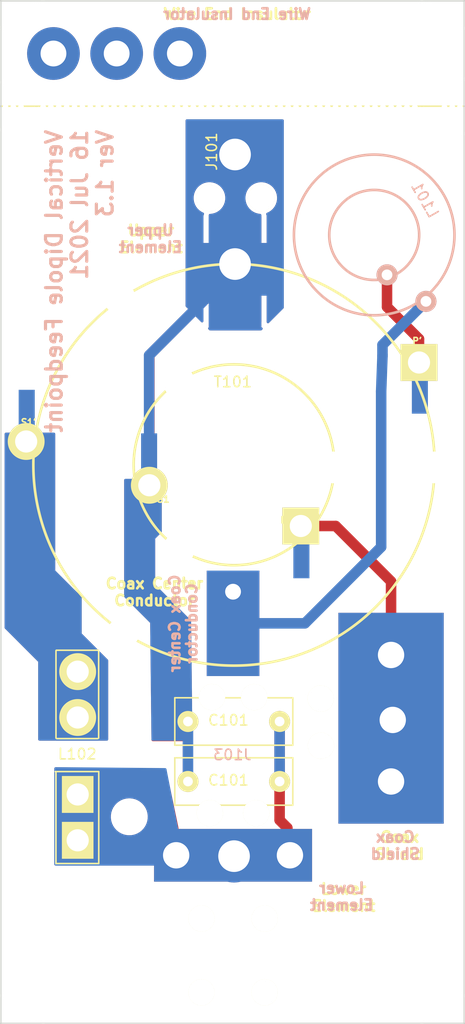
<source format=kicad_pcb>
(kicad_pcb (version 20211014) (generator pcbnew)
  (layers (0 "F.Cu" mixed) (31 "B.Cu" mixed) (34 "B.Paste" user) (35 "F.Paste" user) (36 "B.SilkS" user "B.Silkscreen") (37 "F.SilkS" user "F.Silkscreen") (38 "B.Mask" user) (39 "F.Mask" user) (44 "Edge.Cuts" user))
  (net 0 "")
  (net 1 "Net-(J103-Pad2)")
  (net 2 "Net-(J103-Pad1)")
  (net 3 "Net-(L101-Pad1)")
  (net 4 "Net-(C101-Pad1)")
  (net 5 "Net-(C101-Pad2)")
  (net 6 "Net-(L102-Pad2)")
  (footprint "Oddities:Wire_Strain_Relief_and_Attach" (layer "F.Cu") (at 122.24 109.97)
    (fp_text reference "J101" (at -2.22 -38.67 90) (layer "F.SilkS"))
    (fp_text value "Thru Holes" hide)
    (pad "" np_thru_hole circle locked (at 2.48666 -34.25952) (size 2.5 2.5) (drill 2.5) (layers *.Cu *.Mask "F.SilkS"))
    (pad "" thru_hole circle locked (at 0 -38.39) (size 5 5) (drill 3) (layers *.Cu *.Mask))
    (pad "" np_thru_hole circle locked (at -2.43078 -34.25952) (size 2.5 2.5) (drill 2.5) (layers *.Cu *.Mask "F.SilkS"))
    (pad "1" smd rect locked (at 0 -27.5) (size 5 10) (layers "B.Cu" "B.Paste" "B.Mask") (net 4 "Net-(C101-Pad1)"))
    (pad "1" smd rect locked (at 0 -27.5) (size 5 10) (layers "F.Cu" "F.Paste") (net 4 "Net-(C101-Pad1)"))
    (pad "1" thru_hole circle locked (at 0 -28) (size 5 5) (drill 3) (layers *.Cu *.Mask) (net 4 "Net-(C101-Pad1)"))
  )
  (footprint "Oddities:RG-174_Attachment" (layer "F.Cu") (at 122.05 138.05)
    (fp_text reference "J103" (at -0.07 -9.53) (layer "B.SilkS") (effects (justify mirror)))
    (fp_text value "CONN_01X03" hide)
    (pad "" np_thru_hole circle locked (at 8.3185 -14.859) (size 2.5 2.5) (drill 2.5) (layers *.Cu *.Mask "F.SilkS"))
    (pad "" np_thru_hole circle locked (at -3 13) (size 2.5 2.5) (drill 2.5) (layers *.Cu *.Mask "F.SilkS"))
    (pad "" np_thru_hole circle locked (at 2.2 -4) (size 2.5 2.5) (drill 2.5) (layers *.Cu *.Mask "F.SilkS"))
    (pad "" np_thru_hole circle locked (at 8.3439 -10.3886) (size 2.5 2.5) (drill 2.5) (layers *.Cu *.Mask "F.SilkS"))
    (pad "" np_thru_hole circle locked (at 3 6) (size 2.5 2.5) (drill 2.5) (layers *.Cu *.Mask "F.SilkS"))
    (pad "" np_thru_hole circle locked (at -2 -15) (size 2.5 2.5) (drill 2.5) (layers *.Cu *.Mask "F.SilkS"))
    (pad "" np_thru_hole circle locked (at -3 6) (size 2.5 2.5) (drill 2.5) (layers *.Cu *.Mask "F.SilkS"))
    (pad "" np_thru_hole circle locked (at -2.2 -4) (size 2.5 2.5) (drill 2.5) (layers *.Cu *.Mask "F.SilkS"))
    (pad "" np_thru_hole circle locked (at 3 13) (size 2.5 2.5) (drill 2.5) (layers *.Cu *.Mask "F.SilkS"))
    (pad "" np_thru_hole circle locked (at 2 -15) (size 2.5 2.5) (drill 2.5) (layers *.Cu *.Mask "F.SilkS"))
    (pad "1" smd rect locked (at 0 -22) (size 5 10) (layers "F.Cu" "F.Paste") (net 2 "Net-(J103-Pad1)"))
    (pad "1" thru_hole circle locked (at 0 -25) (size 3 3) (drill 1.5) (layers *.Cu "B.Mask") (net 2 "Net-(J103-Pad1)"))
    (pad "1" smd rect locked (at 0 -22) (size 5 10) (layers "B.Cu" "B.Paste" "B.Mask") (net 2 "Net-(J103-Pad1)"))
    (pad "2" smd rect locked (at 15 -13) (size 10 20) (layers "B.Cu" "B.Paste" "B.Mask") (net 1 "Net-(J103-Pad2)"))
    (pad "2" thru_hole circle locked (at 15.16002 -12.83796) (size 4 4) (drill 2.5) (layers *.Cu *.Mask) (net 1 "Net-(J103-Pad2)"))
    (pad "2" smd rect locked (at 15 -13) (size 10 20) (layers "F.Cu" "F.Paste" "F.Mask") (net 1 "Net-(J103-Pad2)"))
    (pad "2" thru_hole circle locked (at 15 -19) (size 4 4) (drill 2.5) (layers *.Cu *.Mask) (net 1 "Net-(J103-Pad2)"))
    (pad "2" thru_hole circle locked (at 15 -7) (size 4 4) (drill 2.5) (layers *.Cu *.Mask) (net 1 "Net-(J103-Pad2)"))
    (pad "3" thru_hole circle locked (at 5.4 0) (size 4 4) (drill 2.5) (layers *.Cu *.Mask) (net 5 "Net-(C101-Pad2)"))
    (pad "3" smd rect locked (at 0 0) (size 15 5) (layers "B.Cu" "B.Paste" "B.Mask") (net 5 "Net-(C101-Pad2)"))
    (pad "3" thru_hole circle locked (at 0.09488 0.08128) (size 5 5) (drill 3) (layers *.Cu *.Mask) (net 5 "Net-(C101-Pad2)"))
    (pad "3" thru_hole circle locked (at -5.4 0) (size 4 4) (drill 2.5) (layers *.Cu *.Mask) (net 5 "Net-(C101-Pad2)"))
    (pad "3" smd rect locked (at 0 0) (size 15 5) (layers "F.Cu" "F.Paste" "F.Mask") (net 5 "Net-(C101-Pad2)"))
  )
  (footprint "Oddities:Core_150A_2_windings_Horiz_TH" (layer "F.Cu") (at 122.14 101.01)
    (fp_text reference "T101" (at -0.11 -7.86) (layer "F.SilkS"))
    (fp_text value "TRANSFO" hide)
    (fp_text user "P'" (at 17.3863 -11.7475) (layer "F.SilkS") (effects (font (size 0.6 0.6))))
    (fp_text user "S1" (at -6.7056 3.2766) (layer "F.SilkS") (effects (font (size 0.6 0.6))))
    (fp_text user "S1'" (at -19.5017 -4.0386) (layer "F.SilkS") (effects (font (size 0.6 0.6))))
    (fp_text user "P" (at 4.72186 5.24764) (layer "F.SilkS") (effects (font (size 0.6 0.6))))
    (fp_circle (center 0 0) (end 19.05 0) (layer "F.SilkS") (width 0.25) (fill none))
    (fp_circle (center 0 0) (end 9.525 0) (layer "F.SilkS") (width 0.25) (fill none))
    (pad "1" thru_hole rect locked (at 17.5641 -9.7028) (size 3.5 3.5) (drill 2.1) (layers *.Cu *.Mask "F.SilkS") (net 3 "Net-(L101-Pad1)"))
    (pad "1" smd rect locked (at 17.64538 -7.35076) (size 1.524 5) (layers "B.Cu" "B.Paste" "B.Mask") (net 3 "Net-(L101-Pad1)"))
    (pad "2" thru_hole rect locked (at 6.34238 5.80644) (size 3.5 3.5) (drill 2.1) (layers *.Cu *.Mask "F.SilkS") (net 1 "Net-(J103-Pad2)"))
    (pad "2" smd rect locked (at 6.39826 8.26516) (size 1.524 5) (layers "B.Cu" "B.Paste" "B.Mask") (net 1 "Net-(J103-Pad2)"))
    (pad "3" smd rect locked (at -19.6795 -4.61264) (size 1.524 5) (layers "B.Cu" "B.Paste" "B.Mask") (net 6 "Net-(L102-Pad2)"))
    (pad "3" thru_hole circle locked (at -19.7303 -2.2098) (size 3.5 3.5) (drill 2.1) (layers *.Cu *.Mask "F.SilkS") (net 6 "Net-(L102-Pad2)"))
    (pad "4" smd rect locked (at -8.05942 -0.47752) (size 1.524 5) (layers "B.Cu" "B.Paste" "B.Mask") (net 4 "Net-(C101-Pad1)"))
    (pad "4" thru_hole circle locked (at -8.0391 1.9431) (size 3.5 3.5) (drill 2.1) (layers *.Cu *.Mask "F.SilkS") (net 4 "Net-(C101-Pad1)"))
  )
  (footprint "Mounting_Holes:MountingHole_3-5mm" (layer "F.Cu") (at 116.87 93.12)
    (fp_text reference "REF**" hide)
    (fp_text value "MountingHole_3-5mm" hide)
    (pad "" np_thru_hole circle locked (at 0 0) (size 3 3) (drill 3) (layers *.Cu *.Mask))
  )
  (footprint "Mounting_Holes:MountingHole_3-5mm" (layer "F.Cu") (at 111.3 85.26)
    (fp_text reference "REF**" hide)
    (fp_text value "MountingHole_3-5mm" hide)
    (pad "" np_thru_hole circle locked (at 0 0) (size 3 3) (drill 3) (layers *.Cu *.Mask))
  )
  (footprint "Mounting_Holes:MountingHole_3-5mm" (layer "F.Cu") (at 131.57 101.26)
    (fp_text reference "REF**" hide)
    (fp_text value "MountingHole_3-5mm" hide)
    (pad "" np_thru_hole circle locked (at 0 0) (size 3 3) (drill 3) (layers *.Cu *.Mask))
  )
  (footprint "Mounting_Holes:MountingHole_3-5mm" (layer "F.Cu") (at 141.17 101.26)
    (fp_text reference "REF**" hide)
    (fp_text value "MountingHole_3-5mm" hide)
    (pad "" np_thru_hole circle locked (at 0 0) (size 3 3) (drill 3) (layers *.Cu *.Mask))
  )
  (footprint "Mounting_Holes:MountingHole_3-5mm" (layer "F.Cu") (at 116.9 108.99)
    (fp_text reference "REF**" hide)
    (fp_text value "MountingHole_3-5mm" hide)
    (pad "" np_thru_hole circle locked (at 0 0) (size 3 3) (drill 3) (layers *.Cu *.Mask))
  )
  (footprint "Mounting_Holes:MountingHole_3-5mm" (layer "F.Cu") (at 111.66 116.9)
    (fp_text reference "REF**" hide)
    (fp_text value "MountingHole_3-5mm" hide)
    (pad "" np_thru_hole circle locked (at 0 0) (size 3 3) (drill 3) (layers *.Cu *.Mask))
  )
  (footprint "Mounting_Holes:NP_Thru_Hole_0.5mm" (layer "F.Cu") (at 103.42 66.65)
    (fp_text reference "REF**" hide)
    (fp_text value "NP_Thru_Hole_0.5mm" hide)
    (pad "" np_thru_hole circle locked (at 0 0) (size 0.5 0.5) (drill 0.5) (layers *.Cu *.Mask))
  )
  (footprint "Mounting_Holes:NP_Thru_Hole_0.5mm" (layer "F.Cu") (at 102.05 66.21)
    (fp_text reference "REF**" hide)
    (fp_text value "NP_Thru_Hole_0.5mm" hide)
    (pad "" np_thru_hole circle locked (at 0 0) (size 0.5 0.5) (drill 0.5) (layers *.Cu *.Mask))
  )
  (footprint "Mounting_Holes:NP_Thru_Hole_0.5mm" (layer "F.Cu") (at 102.72 66.48)
    (fp_text reference "REF**" hide)
    (fp_text value "NP_Thru_Hole_0.5mm" hide)
    (pad "" np_thru_hole circle locked (at 0 0) (size 0.5 0.5) (drill 0.5) (layers *.Cu *.Mask))
  )
  (footprint "Mounting_Holes:NP_Thru_Hole_0.5mm" (layer "F.Cu") (at 102.72 67.57)
    (fp_text reference "REF**" hide)
    (fp_text value "NP_Thru_Hole_0.5mm" hide)
    (pad "" np_thru_hole circle locked (at 0 0) (size 0.5 0.5) (drill 0.5) (layers *.Cu *.Mask))
  )
  (footprint "Mounting_Holes:NP_Thru_Hole_0.5mm" (layer "F.Cu") (at 106.25 67.01)
    (fp_text reference "REF**" hide)
    (fp_text value "NP_Thru_Hole_0.5mm" hide)
    (pad "" np_thru_hole circle locked (at 0 0) (size 0.5 0.5) (drill 0.5) (layers *.Cu *.Mask))
  )
  (footprint "Mounting_Holes:NP_Thru_Hole_0.5mm" (layer "F.Cu") (at 105.5 67.01)
    (fp_text reference "REF**" hide)
    (fp_text value "NP_Thru_Hole_0.5mm" hide)
    (pad "" np_thru_hole circle locked (at 0 0) (size 0.5 0.5) (drill 0.5) (layers *.Cu *.Mask))
  )
  (footprint "Mounting_Holes:NP_Thru_Hole_0.5mm" (layer "F.Cu") (at 104.75 67.01)
    (fp_text reference "REF**" hide)
    (fp_text value "NP_Thru_Hole_0.5mm" hide)
    (pad "" np_thru_hole circle locked (at 0 0) (size 0.5 0.5) (drill 0.5) (layers *.Cu *.Mask))
  )
  (footprint "Mounting_Holes:NP_Thru_Hole_0.5mm" (layer "F.Cu") (at 103.41 67.39)
    (fp_text reference "REF**" hide)
    (fp_text value "NP_Thru_Hole_0.5mm" hide)
    (pad "" np_thru_hole circle locked (at 0 0) (size 0.5 0.5) (drill 0.5) (layers *.Cu *.Mask))
  )
  (footprint "Mounting_Holes:NP_Thru_Hole_0.5mm" (layer "F.Cu") (at 110 67.01)
    (fp_text reference "REF**" hide)
    (fp_text value "NP_Thru_Hole_0.5mm" hide)
    (pad "" np_thru_hole circle locked (at 0 0) (size 0.5 0.5) (drill 0.5) (layers *.Cu *.Mask))
  )
  (footprint "Mounting_Holes:NP_Thru_Hole_0.5mm" (layer "F.Cu") (at 110.75 67.01)
    (fp_text reference "REF**" hide)
    (fp_text value "NP_Thru_Hole_0.5mm" hide)
    (pad "" np_thru_hole circle locked (at 0 0) (size 0.5 0.5) (drill 0.5) (layers *.Cu *.Mask))
  )
  (footprint "Mounting_Holes:NP_Thru_Hole_0.5mm" (layer "F.Cu") (at 111.5 67.01)
    (fp_text reference "REF**" hide)
    (fp_text value "NP_Thru_Hole_0.5mm" hide)
    (pad "" np_thru_hole circle locked (at 0 0) (size 0.5 0.5) (drill 0.5) (layers *.Cu *.Mask))
  )
  (footprint "Mounting_Holes:NP_Thru_Hole_0.5mm" (layer "F.Cu") (at 112.25 67.01)
    (fp_text reference "REF**" hide)
    (fp_text value "NP_Thru_Hole_0.5mm" hide)
    (pad "" np_thru_hole circle locked (at 0 0) (size 0.5 0.5) (drill 0.5) (layers *.Cu *.Mask))
  )
  (footprint "Mounting_Holes:NP_Thru_Hole_0.5mm" (layer "F.Cu") (at 109.25 67)
    (fp_text reference "REF**" hide)
    (fp_text value "NP_Thru_Hole_0.5mm" hide)
    (pad "" np_thru_hole circle locked (at 0 0) (size 0.5 0.5) (drill 0.5) (layers *.Cu *.Mask))
  )
  (footprint "Mounting_Holes:NP_Thru_Hole_0.5mm" (layer "F.Cu") (at 108.5 67)
    (fp_text reference "REF**" hide)
    (fp_text value "NP_Thru_Hole_0.5mm" hide)
    (pad "" np_thru_hole circle locked (at 0 0) (size 0.5 0.5) (drill 0.5) (layers *.Cu *.Mask))
  )
  (footprint "Mounting_Holes:NP_Thru_Hole_0.5mm" (layer "F.Cu") (at 107.75 67)
    (fp_text reference "REF**" hide)
    (fp_text value "NP_Thru_Hole_0.5mm" hide)
    (pad "" np_thru_hole circle locked (at 0 0) (size 0.5 0.5) (drill 0.5) (layers *.Cu *.Mask))
  )
  (footprint "Mounting_Holes:NP_Thru_Hole_0.5mm" (layer "F.Cu") (at 107 67)
    (fp_text reference "REF**" hide)
    (fp_text value "NP_Thru_Hole_0.5mm" hide)
    (pad "" np_thru_hole circle locked (at 0 0) (size 0.5 0.5) (drill 0.5) (layers *.Cu *.Mask))
  )
  (footprint "Mounting_Holes:NP_Thru_Hole_0.5mm" (layer "F.Cu") (at 119.03 67.03)
    (fp_text reference "REF**" hide)
    (fp_text value "NP_Thru_Hole_0.5mm" hide)
    (pad "" np_thru_hole circle locked (at 0 0) (size 0.5 0.5) (drill 0.5) (layers *.Cu *.Mask))
  )
  (footprint "Mounting_Holes:NP_Thru_Hole_0.5mm" (layer "F.Cu") (at 119.78 67.03)
    (fp_text reference "REF**" hide)
    (fp_text value "NP_Thru_Hole_0.5mm" hide)
    (pad "" np_thru_hole circle locked (at 0 0) (size 0.5 0.5) (drill 0.5) (layers *.Cu *.Mask))
  )
  (footprint "Mounting_Holes:NP_Thru_Hole_0.5mm" (layer "F.Cu") (at 120.53 67.03)
    (fp_text reference "REF**" hide)
    (fp_text value "NP_Thru_Hole_0.5mm" hide)
    (pad "" np_thru_hole circle locked (at 0 0) (size 0.5 0.5) (drill 0.5) (layers *.Cu *.Mask))
  )
  (footprint "Mounting_Holes:NP_Thru_Hole_0.5mm" (layer "F.Cu") (at 121.28 67.03)
    (fp_text reference "REF**" hide)
    (fp_text value "NP_Thru_Hole_0.5mm" hide)
    (pad "" np_thru_hole circle locked (at 0 0) (size 0.5 0.5) (drill 0.5) (layers *.Cu *.Mask))
  )
  (footprint "Mounting_Holes:NP_Thru_Hole_0.5mm" (layer "F.Cu") (at 124.28 67.04)
    (fp_text reference "REF**" hide)
    (fp_text value "NP_Thru_Hole_0.5mm" hide)
    (pad "" np_thru_hole circle locked (at 0 0) (size 0.5 0.5) (drill 0.5) (layers *.Cu *.Mask))
  )
  (footprint "Mounting_Holes:NP_Thru_Hole_0.5mm" (layer "F.Cu") (at 123.53 67.04)
    (fp_text reference "REF**" hide)
    (fp_text value "NP_Thru_Hole_0.5mm" hide)
    (pad "" np_thru_hole circle locked (at 0 0) (size 0.5 0.5) (drill 0.5) (layers *.Cu *.Mask))
  )
  (footprint "Mounting_Holes:NP_Thru_Hole_0.5mm" (layer "F.Cu") (at 122.78 67.04)
    (fp_text reference "REF**" hide)
    (fp_text value "NP_Thru_Hole_0.5mm" hide)
    (pad "" np_thru_hole circle locked (at 0 0) (size 0.5 0.5) (drill 0.5) (layers *.Cu *.Mask))
  )
  (footprint "Mounting_Holes:NP_Thru_Hole_0.5mm" (layer "F.Cu") (at 122.03 67.04)
    (fp_text reference "REF**" hide)
    (fp_text value "NP_Thru_Hole_0.5mm" hide)
    (pad "" np_thru_hole circle locked (at 0 0) (size 0.5 0.5) (drill 0.5) (layers *.Cu *.Mask))
  )
  (footprint "Mounting_Holes:NP_Thru_Hole_0.5mm" (layer "F.Cu") (at 116.03 67.04)
    (fp_text reference "REF**" hide)
    (fp_text value "NP_Thru_Hole_0.5mm" hide)
    (pad "" np_thru_hole circle locked (at 0 0) (size 0.5 0.5) (drill 0.5) (layers *.Cu *.Mask))
  )
  (footprint "Mounting_Holes:NP_Thru_Hole_0.5mm" (layer "F.Cu") (at 116.78 67.04)
    (fp_text reference "REF**" hide)
    (fp_text value "NP_Thru_Hole_0.5mm" hide)
    (pad "" np_thru_hole circle locked (at 0 0) (size 0.5 0.5) (drill 0.5) (layers *.Cu *.Mask))
  )
  (footprint "Mounting_Holes:NP_Thru_Hole_0.5mm" (layer "F.Cu") (at 117.53 67.04)
    (fp_text reference "REF**" hide)
    (fp_text value "NP_Thru_Hole_0.5mm" hide)
    (pad "" np_thru_hole circle locked (at 0 0) (size 0.5 0.5) (drill 0.5) (layers *.Cu *.Mask))
  )
  (footprint "Mounting_Holes:NP_Thru_Hole_0.5mm" (layer "F.Cu") (at 118.28 67.04)
    (fp_text reference "REF**" hide)
    (fp_text value "NP_Thru_Hole_0.5mm" hide)
    (pad "" np_thru_hole circle locked (at 0 0) (size 0.5 0.5) (drill 0.5) (layers *.Cu *.Mask))
  )
  (footprint "Mounting_Holes:NP_Thru_Hole_0.5mm" (layer "F.Cu") (at 115.28 67.03)
    (fp_text reference "REF**" hide)
    (fp_text value "NP_Thru_Hole_0.5mm" hide)
    (pad "" np_thru_hole circle locked (at 0 0) (size 0.5 0.5) (drill 0.5) (layers *.Cu *.Mask))
  )
  (footprint "Mounting_Holes:NP_Thru_Hole_0.5mm" (layer "F.Cu") (at 114.53 67.03)
    (fp_text reference "REF**" hide)
    (fp_text value "NP_Thru_Hole_0.5mm" hide)
    (pad "" np_thru_hole circle locked (at 0 0) (size 0.5 0.5) (drill 0.5) (layers *.Cu *.Mask))
  )
  (footprint "Mounting_Holes:NP_Thru_Hole_0.5mm" (layer "F.Cu") (at 113.78 67.03)
    (fp_text reference "REF**" hide)
    (fp_text value "NP_Thru_Hole_0.5mm" hide)
    (pad "" np_thru_hole circle locked (at 0 0) (size 0.5 0.5) (drill 0.5) (layers *.Cu *.Mask))
  )
  (footprint "Mounting_Holes:NP_Thru_Hole_0.5mm" (layer "F.Cu") (at 113.03 67.03)
    (fp_text reference "REF**" hide)
    (fp_text value "NP_Thru_Hole_0.5mm" hide)
    (pad "" np_thru_hole circle locked (at 0 0) (size 0.5 0.5) (drill 0.5) (layers *.Cu *.Mask))
  )
  (footprint "Mounting_Holes:NP_Thru_Hole_0.5mm" (layer "F.Cu") (at 137.06 67.05)
    (fp_text reference "REF**" hide)
    (fp_text value "NP_Thru_Hole_0.5mm" hide)
    (pad "" np_thru_hole circle locked (at 0 0) (size 0.5 0.5) (drill 0.5) (layers *.Cu *.Mask))
  )
  (footprint "Mounting_Holes:NP_Thru_Hole_0.5mm" (layer "F.Cu") (at 137.81 67.05)
    (fp_text reference "REF**" hide)
    (fp_text value "NP_Thru_Hole_0.5mm" hide)
    (pad "" np_thru_hole circle locked (at 0 0) (size 0.5 0.5) (drill 0.5) (layers *.Cu *.Mask))
  )
  (footprint "Mounting_Holes:NP_Thru_Hole_0.5mm" (layer "F.Cu") (at 138.56 67.05)
    (fp_text reference "REF**" hide)
    (fp_text value "NP_Thru_Hole_0.5mm" hide)
    (pad "" np_thru_hole circle locked (at 0 0) (size 0.5 0.5) (drill 0.5) (layers *.Cu *.Mask))
  )
  (footprint "Mounting_Holes:NP_Thru_Hole_0.5mm" (layer "F.Cu") (at 139.31 67.05)
    (fp_text reference "REF**" hide)
    (fp_text value "NP_Thru_Hole_0.5mm" hide)
    (pad "" np_thru_hole circle locked (at 0 0) (size 0.5 0.5) (drill 0.5) (layers *.Cu *.Mask))
  )
  (footprint "Mounting_Holes:NP_Thru_Hole_0.5mm" (layer "F.Cu") (at 131.03 67.02)
    (fp_text reference "REF**" hide)
    (fp_text value "NP_Thru_Hole_0.5mm" hide)
    (pad "" np_thru_hole circle locked (at 0 0) (size 0.5 0.5) (drill 0.5) (layers *.Cu *.Mask))
  )
  (footprint "Mounting_Holes:NP_Thru_Hole_0.5mm" (layer "F.Cu") (at 131.78 67.02)
    (fp_text reference "REF**" hide)
    (fp_text value "NP_Thru_Hole_0.5mm" hide)
    (pad "" np_thru_hole circle locked (at 0 0) (size 0.5 0.5) (drill 0.5) (layers *.Cu *.Mask))
  )
  (footprint "Mounting_Holes:NP_Thru_Hole_0.5mm" (layer "F.Cu") (at 132.53 67.02)
    (fp_text reference "REF**" hide)
    (fp_text value "NP_Thru_Hole_0.5mm" hide)
    (pad "" np_thru_hole circle locked (at 0 0) (size 0.5 0.5) (drill 0.5) (layers *.Cu *.Mask))
  )
  (footprint "Mounting_Holes:NP_Thru_Hole_0.5mm" (layer "F.Cu") (at 133.28 67.02)
    (fp_text reference "REF**" hide)
    (fp_text value "NP_Thru_Hole_0.5mm" hide)
    (pad "" np_thru_hole circle locked (at 0 0) (size 0.5 0.5) (drill 0.5) (layers *.Cu *.Mask))
  )
  (footprint "Mounting_Holes:NP_Thru_Hole_0.5mm" (layer "F.Cu") (at 136.28 67.03)
    (fp_text reference "REF**" hide)
    (fp_text value "NP_Thru_Hole_0.5mm" hide)
    (pad "" np_thru_hole circle locked (at 0 0) (size 0.5 0.5) (drill 0.5) (layers *.Cu *.Mask))
  )
  (footprint "Mounting_Holes:NP_Thru_Hole_0.5mm" (layer "F.Cu") (at 135.53 67.03)
    (fp_text reference "REF**" hide)
    (fp_text value "NP_Thru_Hole_0.5mm" hide)
    (pad "" np_thru_hole circle locked (at 0 0) (size 0.5 0.5) (drill 0.5) (layers *.Cu *.Mask))
  )
  (footprint "Mounting_Holes:NP_Thru_Hole_0.5mm" (layer "F.Cu") (at 134.78 67.03)
    (fp_text reference "REF**" hide)
    (fp_text value "NP_Thru_Hole_0.5mm" hide)
    (pad "" np_thru_hole circle locked (at 0 0) (size 0.5 0.5) (drill 0.5) (layers *.Cu *.Mask))
  )
  (footprint "Mounting_Holes:NP_Thru_Hole_0.5mm" (layer "F.Cu") (at 134.03 67.03)
    (fp_text reference "REF**" hide)
    (fp_text value "NP_Thru_Hole_0.5mm" hide)
    (pad "" np_thru_hole circle locked (at 0 0) (size 0.5 0.5) (drill 0.5) (layers *.Cu *.Mask))
  )
  (footprint "Mounting_Holes:NP_Thru_Hole_0.5mm" (layer "F.Cu") (at 128.03 67.03)
    (fp_text reference "REF**" hide)
    (fp_text value "NP_Thru_Hole_0.5mm" hide)
    (pad "" np_thru_hole circle locked (at 0 0) (size 0.5 0.5) (drill 0.5) (layers *.Cu *.Mask))
  )
  (footprint "Mounting_Holes:NP_Thru_Hole_0.5mm" (layer "F.Cu") (at 128.78 67.03)
    (fp_text reference "REF**" hide)
    (fp_text value "NP_Thru_Hole_0.5mm" hide)
    (pad "" np_thru_hole circle locked (at 0 0) (size 0.5 0.5) (drill 0.5) (layers *.Cu *.Mask))
  )
  (footprint "Mounting_Holes:NP_Thru_Hole_0.5mm" (layer "F.Cu") (at 129.53 67.03)
    (fp_text reference "REF**" hide)
    (fp_text value "NP_Thru_Hole_0.5mm" hide)
    (pad "" np_thru_hole circle locked (at 0 0) (size 0.5 0.5) (drill 0.5) (layers *.Cu *.Mask))
  )
  (footprint "Mounting_Holes:NP_Thru_Hole_0.5mm" (layer "F.Cu") (at 130.28 67.03)
    (fp_text reference "REF**" hide)
    (fp_text value "NP_Thru_Hole_0.5mm" hide)
    (pad "" np_thru_hole circle locked (at 0 0) (size 0.5 0.5) (drill 0.5) (layers *.Cu *.Mask))
  )
  (footprint "Mounting_Holes:NP_Thru_Hole_0.5mm" (layer "F.Cu") (at 127.28 67.02)
    (fp_text reference "REF**" hide)
    (fp_text value "NP_Thru_Hole_0.5mm" hide)
    (pad "" np_thru_hole circle locked (at 0 0) (size 0.5 0.5) (drill 0.5) (layers *.Cu *.Mask))
  )
  (footprint "Mounting_Holes:NP_Thru_Hole_0.5mm" (layer "F.Cu") (at 126.53 67.02)
    (fp_text reference "REF**" hide)
    (fp_text value "NP_Thru_Hole_0.5mm" hide)
    (pad "" np_thru_hole circle locked (at 0 0) (size 0.5 0.5) (drill 0.5) (layers *.Cu *.Mask))
  )
  (footprint "Mounting_Holes:NP_Thru_Hole_0.5mm" (layer "F.Cu") (at 125.78 67.02)
    (fp_text reference "REF**" hide)
    (fp_text value "NP_Thru_Hole_0.5mm" hide)
    (pad "" np_thru_hole circle locked (at 0 0) (size 0.5 0.5) (drill 0.5) (layers *.Cu *.Mask))
  )
  (footprint "Mounting_Holes:NP_Thru_Hole_0.5mm" (layer "F.Cu") (at 125.03 67.02)
    (fp_text reference "REF**" hide)
    (fp_text value "NP_Thru_Hole_0.5mm" hide)
    (pad "" np_thru_hole circle locked (at 0 0) (size 0.5 0.5) (drill 0.5) (layers *.Cu *.Mask))
  )
  (footprint "Mounting_Holes:NP_Thru_Hole_0.5mm" (layer "F.Cu") (at 102.04 67.83)
    (fp_text reference "REF**" hide)
    (fp_text value "NP_Thru_Hole_0.5mm" hide)
    (pad "" np_thru_hole circle locked (at 0 0) (size 0.5 0.5) (drill 0.5) (layers *.Cu *.Mask))
  )
  (footprint "Mounting_Holes:NP_Thru_Hole_0.5mm" (layer "F.Cu") (at 104.02 67.02)
    (fp_text reference "REF**" hide)
    (fp_text value "NP_Thru_Hole_0.5mm" hide)
    (pad "" np_thru_hole circle locked (at 0 0) (size 0.5 0.5) (drill 0.5) (layers *.Cu *.Mask))
  )
  (footprint "Mounting_Holes:NP_Thru_Hole_0.5mm" (layer "F.Cu") (at 101.43 65.81)
    (fp_text reference "REF**" hide)
    (fp_text value "NP_Thru_Hole_0.5mm" hide)
    (pad "" np_thru_hole circle locked (at 0 0) (size 0.5 0.5) (drill 0.5) (layers *.Cu *.Mask))
  )
  (footprint "Mounting_Holes:NP_Thru_Hole_0.5mm" (layer "F.Cu") (at 101.4 68.17)
    (fp_text reference "REF**" hide)
    (fp_text value "NP_Thru_Hole_0.5mm" hide)
    (pad "" np_thru_hole circle locked (at 0 0) (size 0.5 0.5) (drill 0.5) (layers *.Cu *.Mask))
  )
  (footprint "Mounting_Holes:NP_Thru_Hole_0.5mm" (layer "F.Cu") (at 100.88 65.3)
    (fp_text reference "REF**" hide)
    (fp_text value "NP_Thru_Hole_0.5mm" hide)
    (pad "" np_thru_hole circle locked (at 0 0) (size 0.5 0.5) (drill 0.5) (layers *.Cu *.Mask))
  )
  (footprint "Mounting_Holes:NP_Thru_Hole_0.5mm" (layer "F.Cu") (at 100.81 68.61)
    (fp_text reference "REF**" hide)
    (fp_text value "NP_Thru_Hole_0.5mm" hide)
    (pad "" np_thru_hole circle locked (at 0 0) (size 0.5 0.5) (drill 0.5) (layers *.Cu *.Mask))
  )
  (footprint "Mounting_Holes:NP_Thru_Hole_0.5mm" (layer "F.Cu") (at 100.42 64.73)
    (fp_text reference "REF**" hide)
    (fp_text value "NP_Thru_Hole_0.5mm" hide)
    (pad "" np_thru_hole circle locked (at 0 0) (size 0.5 0.5) (drill 0.5) (layers *.Cu *.Mask))
  )
  (footprint "Mounting_Holes:NP_Thru_Hole_0.5mm" (layer "F.Cu") (at 100.4 69.23)
    (fp_text reference "REF**" hide)
    (fp_text value "NP_Thru_Hole_0.5mm" hide)
    (pad "" np_thru_hole circle locked (at 0 0) (size 0.5 0.5) (drill 0.5) (layers *.Cu *.Mask))
  )
  (footprint "Mounting_Holes:NP_Thru_Hole_0.5mm" (layer "F.Cu") (at 100.38 59.6)
    (fp_text reference "REF**" hide)
    (fp_text value "NP_Thru_Hole_0.5mm" hide)
    (pad "" np_thru_hole circle locked (at 0 0) (size 0.5 0.5) (drill 0.5) (layers *.Cu *.Mask))
  )
  (footprint "Mounting_Holes:NP_Thru_Hole_0.5mm" (layer "F.Cu") (at 100.79 58.98)
    (fp_text reference "REF**" hide)
    (fp_text value "NP_Thru_Hole_0.5mm" hide)
    (pad "" np_thru_hole circle locked (at 0 0) (size 0.5 0.5) (drill 0.5) (layers *.Cu *.Mask))
  )
  (footprint "Mounting_Holes:NP_Thru_Hole_0.5mm" (layer "F.Cu") (at 101.3 58.46)
    (fp_text reference "REF**" hide)
    (fp_text value "NP_Thru_Hole_0.5mm" hide)
    (pad "" np_thru_hole circle locked (at 0 0) (size 0.5 0.5) (drill 0.5) (layers *.Cu *.Mask))
  )
  (footprint "Mounting_Holes:NP_Thru_Hole_0.5mm" (layer "F.Cu") (at 104 57.39)
    (fp_text reference "REF**" hide)
    (fp_text value "NP_Thru_Hole_0.5mm" hide)
    (pad "" np_thru_hole circle locked (at 0 0) (size 0.5 0.5) (drill 0.5) (layers *.Cu *.Mask))
  )
  (footprint "Mounting_Holes:NP_Thru_Hole_0.5mm" (layer "F.Cu") (at 101.88 58.01)
    (fp_text reference "REF**" hide)
    (fp_text value "NP_Thru_Hole_0.5mm" hide)
    (pad "" np_thru_hole circle locked (at 0 0) (size 0.5 0.5) (drill 0.5) (layers *.Cu *.Mask))
  )
  (footprint "Mounting_Holes:NP_Thru_Hole_0.5mm" (layer "F.Cu") (at 103.28 57.53)
    (fp_text reference "REF**" hide)
    (fp_text value "NP_Thru_Hole_0.5mm" hide)
    (pad "" np_thru_hole circle locked (at 0 0) (size 0.5 0.5) (drill 0.5) (layers *.Cu *.Mask))
  )
  (footprint "Mounting_Holes:NP_Thru_Hole_0.5mm" (layer "F.Cu") (at 102.56 57.7)
    (fp_text reference "REF**" hide)
    (fp_text value "NP_Thru_Hole_0.5mm" hide)
    (pad "" np_thru_hole circle locked (at 0 0) (size 0.5 0.5) (drill 0.5) (layers *.Cu *.Mask))
  )
  (footprint "Mounting_Holes:NP_Thru_Hole_0.5mm" (layer "F.Cu") (at 143.61 64.44 180)
    (fp_text reference "REF**" hide)
    (fp_text value "NP_Thru_Hole_0.5mm" hide)
    (pad "" np_thru_hole circle locked (at 0 0 180) (size 0.5 0.5) (drill 0.5) (layers *.Cu *.Mask))
  )
  (footprint "Mounting_Holes:NP_Thru_Hole_0.5mm" (layer "F.Cu") (at 143.2 65.06 180)
    (fp_text reference "REF**" hide)
    (fp_text value "NP_Thru_Hole_0.5mm" hide)
    (pad "" np_thru_hole circle locked (at 0 0 180) (size 0.5 0.5) (drill 0.5) (layers *.Cu *.Mask))
  )
  (footprint "Mounting_Holes:NP_Thru_Hole_0.5mm" (layer "F.Cu") (at 142.69 65.58 180)
    (fp_text reference "REF**" hide)
    (fp_text value "NP_Thru_Hole_0.5mm" hide)
    (pad "" np_thru_hole circle locked (at 0 0 180) (size 0.5 0.5) (drill 0.5) (layers *.Cu *.Mask))
  )
  (footprint "Mounting_Holes:NP_Thru_Hole_0.5mm" (layer "F.Cu") (at 139.99 66.65 180)
    (fp_text reference "REF**" hide)
    (fp_text value "NP_Thru_Hole_0.5mm" hide)
    (pad "" np_thru_hole circle locked (at 0 0 180) (size 0.5 0.5) (drill 0.5) (layers *.Cu *.Mask))
  )
  (footprint "Mounting_Holes:NP_Thru_Hole_0.5mm" (layer "F.Cu") (at 142.11 66.03 180)
    (fp_text reference "REF**" hide)
    (fp_text value "NP_Thru_Hole_0.5mm" hide)
    (pad "" np_thru_hole circle locked (at 0 0 180) (size 0.5 0.5) (drill 0.5) (layers *.Cu *.Mask))
  )
  (footprint "Mounting_Holes:NP_Thru_Hole_0.5mm" (layer "F.Cu") (at 140.71 66.51 180)
    (fp_text reference "REF**" hide)
    (fp_text value "NP_Thru_Hole_0.5mm" hide)
    (pad "" np_thru_hole circle locked (at 0 0 180) (size 0.5 0.5) (drill 0.5) (layers *.Cu *.Mask))
  )
  (footprint "Mounting_Holes:NP_Thru_Hole_0.5mm" (layer "F.Cu") (at 141.43 66.34 180)
    (fp_text reference "REF**" hide)
    (fp_text value "NP_Thru_Hole_0.5mm" hide)
    (pad "" np_thru_hole circle locked (at 0 0 180) (size 0.5 0.5) (drill 0.5) (layers *.Cu *.Mask))
  )
  (footprint "Mounting_Holes:NP_Thru_Hole_0.5mm" (layer "F.Cu") (at 143.6 151.37 180)
    (fp_text reference "REF**" hide)
    (fp_text value "NP_Thru_Hole_0.5mm" hide)
    (pad "" np_thru_hole circle locked (at 0 0 180) (size 0.5 0.5) (drill 0.5) (layers *.Cu *.Mask))
  )
  (footprint "Mounting_Holes:NP_Thru_Hole_0.5mm" (layer "F.Cu") (at 143.19 151.99 180)
    (fp_text reference "REF**" hide)
    (fp_text value "NP_Thru_Hole_0.5mm" hide)
    (pad "" np_thru_hole circle locked (at 0 0 180) (size 0.5 0.5) (drill 0.5) (layers *.Cu *.Mask))
  )
  (footprint "Mounting_Holes:NP_Thru_Hole_0.5mm" (layer "F.Cu") (at 142.68 152.51 180)
    (fp_text reference "REF**" hide)
    (fp_text value "NP_Thru_Hole_0.5mm" hide)
    (pad "" np_thru_hole circle locked (at 0 0 180) (size 0.5 0.5) (drill 0.5) (layers *.Cu *.Mask))
  )
  (footprint "Mounting_Holes:NP_Thru_Hole_0.5mm" (layer "F.Cu") (at 139.98 153.58 180)
    (fp_text reference "REF**" hide)
    (fp_text value "NP_Thru_Hole_0.5mm" hide)
    (pad "" np_thru_hole circle locked (at 0 0 180) (size 0.5 0.5) (drill 0.5) (layers *.Cu *.Mask))
  )
  (footprint "Mounting_Holes:NP_Thru_Hole_0.5mm" (layer "F.Cu") (at 142.1 152.96 180)
    (fp_text reference "REF**" hide)
    (fp_text value "NP_Thru_Hole_0.5mm" hide)
    (pad "" np_thru_hole circle locked (at 0 0 180) (size 0.5 0.5) (drill 0.5) (layers *.Cu *.Mask))
  )
  (footprint "Mounting_Holes:NP_Thru_Hole_0.5mm" (layer "F.Cu") (at 140.7 153.44 180)
    (fp_text reference "REF**" hide)
    (fp_text value "NP_Thru_Hole_0.5mm" hide)
    (pad "" np_thru_hole circle locked (at 0 0 180) (size 0.5 0.5) (drill 0.5) (layers *.Cu *.Mask))
  )
  (footprint "Mounting_Holes:NP_Thru_Hole_0.5mm" (layer "F.Cu") (at 141.42 153.27 180)
    (fp_text reference "REF**" hide)
    (fp_text value "NP_Thru_Hole_0.5mm" hide)
    (pad "" np_thru_hole circle locked (at 0 0 180) (size 0.5 0.5) (drill 0.5) (layers *.Cu *.Mask))
  )
  (footprint "Mounting_Holes:MountingHole_3-5mm" (layer "F.Cu") (at 138.18 61.9)
    (fp_text reference "REF**" hide)
    (fp_text value "MountingHole_3-5mm" hide)
    (pad "" np_thru_hole circle locked (at 0 0) (size 3 3) (drill 3) (layers *.Cu *.Mask))
  )
  (footprint "Mounting_Holes:MountingHole_3-5mm" (layer "F.Cu") (at 132.48 61.84)
    (fp_text reference "REF**" hide)
    (fp_text value "MountingHole_3-5mm" hide)
    (pad "" np_thru_hole circle locked (at 0 0) (size 3 3) (drill 3) (layers *.Cu *.Mask))
  )
  (footprint "Mounting_Holes:MountingHole_1mm_Outlined" (layer "F.Cu") (at 105 62)
    (fp_text reference "REF**" hide)
    (fp_text value "MountingHole_1mm_Outlined" hide)
    (pad "" np_thru_hole circle locked (at 0 0) (size 5 5) (drill 2.45) (layers *.Cu *.Mask))
  )
  (footprint "Mounting_Holes:MountingHole_1mm_Outlined" (layer "F.Cu") (at 111 62)
    (fp_text reference "REF**" hide)
    (fp_text value "MountingHole_1mm_Outlined" hide)
    (pad "" np_thru_hole circle locked (at 0 0) (size 5 5) (drill 2.45) (layers *.Cu *.Mask))
  )
  (footprint "Mounting_Holes:MountingHole_1mm_Outlined" (layer "F.Cu") (at 117 62)
    (fp_text reference "REF**" hide)
    (fp_text value "MountingHole_1mm_Outlined" hide)
    (pad "" np_thru_hole circle locked (at 0 0) (size 5 5) (drill 2.45) (layers *.Cu *.Mask))
  )
  (footprint "Mounting_Holes:NP_Thru_Hole_0.5mm" (layer "F.Cu") (at 143.59 67 180)
    (fp_text reference "REF**" hide)
    (fp_text value "NP_Thru_Hole_0.5mm" hide)
    (pad "" np_thru_hole circle locked (at 0 0 180) (size 0.5 0.5) (drill 0.5) (layers *.Cu *.Mask))
  )
  (footprint "Mounting_Holes:NP_Thru_Hole_0.5mm" (layer "F.Cu") (at 142.86 67.02 180)
    (fp_text reference "REF**" hide)
    (fp_text value "NP_Thru_Hole_0.5mm" hide)
    (pad "" np_thru_hole circle locked (at 0 0 180) (size 0.5 0.5) (drill 0.5) (layers *.Cu *.Mask))
  )
  (footprint "Mounting_Holes:NP_Thru_Hole_0.5mm" (layer "F.Cu") (at 142.12 67.02 180)
    (fp_text reference "REF**" hide)
    (fp_text value "NP_Thru_Hole_0.5mm" hide)
    (pad "" np_thru_hole circle locked (at 0 0 180) (size 0.5 0.5) (drill 0.5) (layers *.Cu *.Mask))
  )
  (footprint "Mounting_Holes:NP_Thru_Hole_0.5mm" (layer "F.Cu") (at 100.45 67)
    (fp_text reference "REF**" hide)
    (fp_text value "NP_Thru_Hole_0.5mm" hide)
    (pad "" np_thru_hole circle locked (at 0 0) (size 0.5 0.5) (drill 0.5) (layers *.Cu *.Mask))
  )
  (footprint "Mounting_Holes:NP_Thru_Hole_0.5mm" (layer "F.Cu") (at 101.19 67)
    (fp_text reference "REF**" hide)
    (fp_text value "NP_Thru_Hole_0.5mm" hide)
    (pad "" np_thru_hole circle locked (at 0 0) (size 0.5 0.5) (drill 0.5) (layers *.Cu *.Mask))
  )
  (footprint "Mounting_Holes:NP_Thru_Hole_0.5mm" (layer "F.Cu") (at 101.92 67)
    (fp_text reference "REF**" hide)
    (fp_text value "NP_Thru_Hole_0.5mm" hide)
    (pad "" np_thru_hole circle locked (at 0 0) (size 0.5 0.5) (drill 0.5) (layers *.Cu *.Mask))
  )
  (footprint "Mounting_Holes:MountingHole_3-5mm" (layer "F.Cu") (at 122.15 100.99)
    (fp_text reference "REF**" hide)
    (fp_text value "MountingHole_3-5mm" hide)
    (pad "" np_thru_hole circle locked (at 0 0) (size 3.5 3.5) (drill 3.5) (layers *.Cu *.Mask))
  )
  (footprint "Capacitors_ThroughHole:C_Disc_D7.5_P5" (layer "F.Cu") (at 117.77 125.36)
    (fp_text reference "C101" (at 3.84 -0.12 180) (layer "F.SilkS"))
    (fp_text value "470pF" hide)
    (fp_line (start 9.95 2.25) (end -1.25 2.25) (layer "F.SilkS") (width 0.15))
    (fp_line (start 9.95 -2.25) (end 9.95 2.25) (layer "F.SilkS") (width 0.15))
    (fp_line (start -1.25 -2.25) (end 9.95 -2.25) (layer "F.SilkS") (width 0.15))
    (fp_line (start -1.25 2.25) (end -1.25 -2.25) (layer "F.SilkS") (width 0.15))
    (pad "1" thru_hole circle locked (at 0 0) (size 2 2) (drill 0.92) (layers *.Cu *.Mask "F.SilkS") (net 4 "Net-(C101-Pad1)"))
    (pad "2" thru_hole circle locked (at 8.7 0) (size 2 2) (drill 0.92) (layers *.Cu *.Mask "F.SilkS") (net 5 "Net-(C101-Pad2)"))
  )
  (footprint "Mounting_Holes:MountingHole_3-5mm" (layer "F.Cu") (at 102.6 148)
    (fp_text reference "REF**" hide)
    (fp_text value "MountingHole_3-5mm" hide)
    (pad "" np_thru_hole circle locked (at 0 0) (size 3 3) (drill 3) (layers *.Cu *.Mask))
  )
  (footprint "Mounting_Holes:MountingHole_3-5mm" (layer "F.Cu") (at 102.6 141.1)
    (fp_text reference "REF**" hide)
    (fp_text value "MountingHole_3-5mm" hide)
    (pad "" np_thru_hole circle locked (at 0 0) (size 3 3) (drill 3) (layers *.Cu *.Mask))
  )
  (footprint "Mounting_Holes:MountingHole_3-5mm" (layer "F.Cu") (at 112.2 141.1)
    (fp_text reference "REF**" hide)
    (fp_text value "MountingHole_3-5mm" hide)
    (pad "" np_thru_hole circle locked (at 0 0) (size 3 3) (drill 3) (layers *.Cu *.Mask))
  )
  (footprint "Mounting_Holes:MountingHole_3-5mm" (layer "F.Cu") (at 126.84 61.96)
    (fp_text reference "REF**" hide)
    (fp_text value "MountingHole_3-5mm" hide)
    (pad "" np_thru_hole circle locked (at 0 0) (size 3 3) (drill 3) (layers *.Cu *.Mask))
  )
  (footprint "Mounting_Holes:MountingHole_3-5mm" (layer "F.Cu") (at 134.17 77.39)
    (fp_text reference "REF**" hide)
    (fp_text value "MountingHole_3-5mm" hide)
    (pad "" np_thru_hole circle locked (at 0 0) (size 3 3) (drill 3) (layers *.Cu *.Mask))
  )
  (footprint "Mounting_Holes:MountingHole_3-5mm" (layer "F.Cu") (at 130.2 70.58)
    (fp_text reference "REF**" hide)
    (fp_text value "MountingHole_3-5mm" hide)
    (pad "" np_thru_hole circle locked (at 0 0) (size 3 3) (drill 3) (layers *.Cu *.Mask))
  )
  (footprint "Mounting_Holes:MountingHole_3-5mm" (layer "F.Cu") (at 112.2 148)
    (fp_text reference "REF**" hide)
    (fp_text value "MountingHole_3-5mm" hide)
    (pad "" np_thru_hole circle locked (at 0 0) (size 3 3) (drill 3) (layers *.Cu *.Mask))
  )
  (footprint "Mounting_Holes:MountingHole_3-5mm" (layer "F.Cu") (at 102.6 134.4)
    (fp_text reference "REF**" hide)
    (fp_text value "MountingHole_3-5mm" hide)
    (pad "" np_thru_hole circle locked (at 0 0) (size 3 3) (drill 3) (layers *.Cu *.Mask))
  )
  (footprint "Mounting_Holes:MountingHole_3-5mm" (layer "F.Cu") (at 112.2 134.4)
    (fp_text reference "REF**" hide)
    (fp_text value "MountingHole_3-5mm" hide)
    (pad "" np_thru_hole circle locked (at 0 0) (size 3 3) (drill 3) (layers *.Cu *.Mask))
  )
  (footprint "Capacitors_ThroughHole:C_Disc_D7.5_P5" (layer "F.Cu") (at 117.77 131.05)
    (fp_text reference "C101" (at 3.84 -0.12 180) (layer "F.SilkS"))
    (fp_text value "470pF" hide)
    (fp_line (start 9.95 2.25) (end -1.25 2.25) (layer "F.SilkS") (width 0.15))
    (fp_line (start -1.25 -2.25) (end 9.95 -2.25) (layer "F.SilkS") (width 0.15))
    (fp_line (start 9.95 -2.25) (end 9.95 2.25) (layer "F.SilkS") (width 0.15))
    (fp_line (start -1.25 2.25) (end -1.25 -2.25) (layer "F.SilkS") (width 0.15))
    (pad "1" thru_hole circle locked (at 0 0) (size 2 2) (drill 0.92) (layers *.Cu *.Mask "F.SilkS") (net 4 "Net-(C101-Pad1)"))
    (pad "2" thru_hole circle locked (at 8.7 0) (size 2 2) (drill 0.92) (layers *.Cu *.Mask "F.SilkS") (net 5 "Net-(C101-Pad2)"))
  )
  (footprint "Inductors:Manually_Wound_Coil" (layer "F.Cu") (at 107.3 128.63 90)
    (fp_text reference "L102" (at 0.18 -0.04) (layer "F.SilkS"))
    (fp_text value "0.4-1.0uH" hide)
    (pad "1" thru_hole rect locked (at -3.65 0 90) (size 3.5 3) (drill 2.1) (layers *.Cu *.Mask "F.SilkS") (net 5 "Net-(C101-Pad2)"))
    (pad "1" thru_hole rect locked (at -8 0 90) (size 3.5 3) (drill 2.1) (layers *.Cu *.Mask "F.SilkS") (net 5 "Net-(C101-Pad2)"))
    (pad "2" thru_hole circle locked (at 8 0 90) (size 3.5 3.5) (drill 2.1) (layers *.Cu *.Mask "F.SilkS") (net 6 "Net-(L102-Pad2)"))
    (pad "2" thru_hole circle locked (at 3.65 0 90) (size 3.5 3.5) (drill 2.1) (layers *.Cu *.Mask "F.SilkS") (net 6 "Net-(L102-Pad2)"))
  )
  (footprint "Inductors:Toroid_T-60_2TH" (layer "B.Cu") (at 135.45 79.21 120)
    (fp_text reference "L101" (at 0.480833 5.840702 120) (layer "B.SilkS") (effects (justify mirror)))
    (fp_text value "3.2uH")
    (fp_circle (center 0 0) (end 4.27 0) (layer "B.SilkS") (width 0.25) (fill none))
    (fp_circle (center 0 0) (end 7.62 0) (layer "B.SilkS") (width 0.25) (fill none))
    (pad "1" thru_hole circle locked (at -3.8862 -0.8382 120) (size 2 2) (drill 1.016) (layers *.Cu *.Mask "B.SilkS") (net 3 "Net-(L101-Pad1)"))
    (pad "2" thru_hole circle locked (at -7.9121 1.1049 120) (size 2 2) (drill 1.016) (layers *.Cu *.Mask "B.SilkS") (net 2 "Net-(J103-Pad1)"))
  )
  (footprint "Mounting_Holes:NP_Thru_Hole_0.5mm" (layer "B.Cu") (at 141.41 57.72 180)
    (fp_text reference "REF**" hide)
    (fp_text value "NP_Thru_Hole_0.5mm" hide)
    (pad "" np_thru_hole circle locked (at 0 0 180) (size 0.5 0.5) (drill 0.5) (layers *.Cu *.Mask))
  )
  (footprint "Mounting_Holes:NP_Thru_Hole_0.5mm" (layer "B.Cu") (at 140.69 57.55 180)
    (fp_text reference "REF**" hide)
    (fp_text value "NP_Thru_Hole_0.5mm" hide)
    (pad "" np_thru_hole circle locked (at 0 0 180) (size 0.5 0.5) (drill 0.5) (layers *.Cu *.Mask))
  )
  (footprint "Mounting_Holes:NP_Thru_Hole_0.5mm" (layer "B.Cu") (at 142.09 58.03 180)
    (fp_text reference "REF**" hide)
    (fp_text value "NP_Thru_Hole_0.5mm" hide)
    (pad "" np_thru_hole circle locked (at 0 0 180) (size 0.5 0.5) (drill 0.5) (layers *.Cu *.Mask))
  )
  (footprint "Mounting_Holes:NP_Thru_Hole_0.5mm" (layer "B.Cu") (at 139.97 57.41 180)
    (fp_text reference "REF**" hide)
    (fp_text value "NP_Thru_Hole_0.5mm" hide)
    (pad "" np_thru_hole circle locked (at 0 0 180) (size 0.5 0.5) (drill 0.5) (layers *.Cu *.Mask))
  )
  (footprint "Mounting_Holes:NP_Thru_Hole_0.5mm" (layer "B.Cu") (at 142.67 58.48 180)
    (fp_text reference "REF**" hide)
    (fp_text value "NP_Thru_Hole_0.5mm" hide)
    (pad "" np_thru_hole circle locked (at 0 0 180) (size 0.5 0.5) (drill 0.5) (layers *.Cu *.Mask))
  )
  (footprint "Mounting_Holes:NP_Thru_Hole_0.5mm" (layer "B.Cu") (at 143.18 59 180)
    (fp_text reference "REF**" hide)
    (fp_text value "NP_Thru_Hole_0.5mm" hide)
    (pad "" np_thru_hole circle locked (at 0 0 180) (size 0.5 0.5) (drill 0.5) (layers *.Cu *.Mask))
  )
  (footprint "Mounting_Holes:NP_Thru_Hole_0.5mm" (layer "B.Cu") (at 143.59 59.62 180)
    (fp_text reference "REF**" hide)
    (fp_text value "NP_Thru_Hole_0.5mm" hide)
    (pad "" np_thru_hole circle locked (at 0 0 180) (size 0.5 0.5) (drill 0.5) (layers *.Cu *.Mask))
  )
  (footprint "Mounting_Holes:NP_Thru_Hole_0.5mm" (layer "B.Cu") (at 143.6 69.61 180)
    (fp_text reference "REF**" hide)
    (fp_text value "NP_Thru_Hole_0.5mm" hide)
    (pad "" np_thru_hole circle locked (at 0 0 180) (size 0.5 0.5) (drill 0.5) (layers *.Cu *.Mask))
  )
  (footprint "Mounting_Holes:NP_Thru_Hole_0.5mm" (layer "B.Cu") (at 143.19 68.99 180)
    (fp_text reference "REF**" hide)
    (fp_text value "NP_Thru_Hole_0.5mm" hide)
    (pad "" np_thru_hole circle locked (at 0 0 180) (size 0.5 0.5) (drill 0.5) (layers *.Cu *.Mask))
  )
  (footprint "Mounting_Holes:NP_Thru_Hole_0.5mm" (layer "B.Cu") (at 142.68 68.47 180)
    (fp_text reference "REF**" hide)
    (fp_text value "NP_Thru_Hole_0.5mm" hide)
    (pad "" np_thru_hole circle locked (at 0 0 180) (size 0.5 0.5) (drill 0.5) (layers *.Cu *.Mask))
  )
  (footprint "Mounting_Holes:NP_Thru_Hole_0.5mm" (layer "B.Cu") (at 139.98 67.4 180)
    (fp_text reference "REF**" hide)
    (fp_text value "NP_Thru_Hole_0.5mm" hide)
    (pad "" np_thru_hole circle locked (at 0 0 180) (size 0.5 0.5) (drill 0.5) (layers *.Cu *.Mask))
  )
  (footprint "Mounting_Holes:NP_Thru_Hole_0.5mm" (layer "B.Cu") (at 142.1 68.02 180)
    (fp_text reference "REF**" hide)
    (fp_text value "NP_Thru_Hole_0.5mm" hide)
    (pad "" np_thru_hole circle locked (at 0 0 180) (size 0.5 0.5) (drill 0.5) (layers *.Cu *.Mask))
  )
  (footprint "Mounting_Holes:NP_Thru_Hole_0.5mm" (layer "B.Cu") (at 140.7 67.54 180)
    (fp_text reference "REF**" hide)
    (fp_text value "NP_Thru_Hole_0.5mm" hide)
    (pad "" np_thru_hole circle locked (at 0 0 180) (size 0.5 0.5) (drill 0.5) (layers *.Cu *.Mask))
  )
  (footprint "Mounting_Holes:NP_Thru_Hole_0.5mm" (layer "B.Cu") (at 141.42 67.71 180)
    (fp_text reference "REF**" hide)
    (fp_text value "NP_Thru_Hole_0.5mm" hide)
    (pad "" np_thru_hole circle locked (at 0 0 180) (size 0.5 0.5) (drill 0.5) (layers *.Cu *.Mask))
  )
  (footprint "Mounting_Holes:NP_Thru_Hole_0.5mm" (layer "B.Cu") (at 102.59 153.26)
    (fp_text reference "REF**" hide)
    (fp_text value "NP_Thru_Hole_0.5mm" hide)
    (pad "" np_thru_hole circle locked (at 0 0) (size 0.5 0.5) (drill 0.5) (layers *.Cu *.Mask))
  )
  (footprint "Mounting_Holes:NP_Thru_Hole_0.5mm" (layer "B.Cu") (at 103.31 153.43)
    (fp_text reference "REF**" hide)
    (fp_text value "NP_Thru_Hole_0.5mm" hide)
    (pad "" np_thru_hole circle locked (at 0 0) (size 0.5 0.5) (drill 0.5) (layers *.Cu *.Mask))
  )
  (footprint "Mounting_Holes:NP_Thru_Hole_0.5mm" (layer "B.Cu") (at 101.91 152.95)
    (fp_text reference "REF**" hide)
    (fp_text value "NP_Thru_Hole_0.5mm" hide)
    (pad "" np_thru_hole circle locked (at 0 0) (size 0.5 0.5) (drill 0.5) (layers *.Cu *.Mask))
  )
  (footprint "Mounting_Holes:NP_Thru_Hole_0.5mm" (layer "B.Cu") (at 104.03 153.57)
    (fp_text reference "REF**" hide)
    (fp_text value "NP_Thru_Hole_0.5mm" hide)
    (pad "" np_thru_hole circle locked (at 0 0) (size 0.5 0.5) (drill 0.5) (layers *.Cu *.Mask))
  )
  (footprint "Mounting_Holes:NP_Thru_Hole_0.5mm" (layer "B.Cu") (at 101.33 152.5)
    (fp_text reference "REF**" hide)
    (fp_text value "NP_Thru_Hole_0.5mm" hide)
    (pad "" np_thru_hole circle locked (at 0 0) (size 0.5 0.5) (drill 0.5) (layers *.Cu *.Mask))
  )
  (footprint "Mounting_Holes:NP_Thru_Hole_0.5mm" (layer "B.Cu") (at 100.82 151.98)
    (fp_text reference "REF**" hide)
    (fp_text value "NP_Thru_Hole_0.5mm" hide)
    (pad "" np_thru_hole circle locked (at 0 0) (size 0.5 0.5) (drill 0.5) (layers *.Cu *.Mask))
  )
  (footprint "Mounting_Holes:NP_Thru_Hole_0.5mm" (layer "B.Cu") (at 100.41 151.36)
    (fp_text reference "REF**" hide)
    (fp_text value "NP_Thru_Hole_0.5mm" hide)
    (pad "" np_thru_hole circle locked (at 0 0) (size 0.5 0.5) (drill 0.5) (layers *.Cu *.Mask))
  )
  (gr_line (start 100 67) (end 144 67) (layer "F.SilkS") (width 0.15))
  (gr_line (start 105.18 130.11) (end 109.3 130.11) (layer "F.SilkS") (width 0.15))
  (gr_line (start 105.24 118.64) (end 105.24 126.94) (layer "F.SilkS") (width 0.15))
  (gr_line (start 109.3 130.11) (end 109.3 138.83) (layer "F.SilkS") (width 0.15))
  (gr_line (start 109.27 118.6) (end 105.27 118.6) (layer "F.SilkS") (width 0.15))
  (gr_line (start 109.3 138.83) (end 105.24 138.83) (layer "F.SilkS") (width 0.15))
  (gr_line (start 105.32 126.98) (end 109.2 126.98) (layer "F.SilkS") (width 0.15))
  (gr_line (start 109.29 126.94) (end 109.29 118.68) (layer "F.SilkS") (width 0.15))
  (gr_line (start 105.24 138.83) (end 105.24 130.17) (layer "F.SilkS") (width 0.15))
  (gr_line (start 100 57) (end 144 57) (layer "Edge.Cuts") (width 0.15))
  (gr_line (start 144 57) (end 144 154) (layer "Edge.Cuts") (width 0.15))
  (gr_line (start 144 154) (end 100 154) (layer "Edge.Cuts") (width 0.15))
  (gr_line (start 100 154) (end 100 57) (layer "Edge.Cuts") (width 0.15))
  (gr_text "Lower\nElement" (at 132.37 141.97) (layer "B.SilkS") (effects (font (size 1 1) (thickness 0.25)) (justify mirror)))
  (gr_text "Wire End Insulator" (at 122.43 58.26) (layer "B.SilkS") (effects (font (size 1 1) (thickness 0.25)) (justify mirror)))
  (gr_text "Coax Center\nConductor" (at 117.32 116.06 90) (layer "B.SilkS") (effects (font (size 1 1) (thickness 0.25)) (justify mirror)))
  (gr_text "Vertical Dipole Feedpoint\n16 Jul 2021\nVer 1.3" (at 107.48 69.08 90) (layer "B.SilkS") (effects (font (size 1.5 1.5) (thickness 0.3)) (justify left mirror)))
  (gr_text "Coax\nShield" (at 137.46 137.12) (layer "B.SilkS") (effects (font (size 1 1) (thickness 0.25)) (justify mirror)))
  (gr_text "Upper\nElement" (at 114.22 79.57) (layer "B.SilkS") (effects (font (size 1 1) (thickness 0.25)) (justify mirror)))
  (gr_text "Coax Center\nConductor" (at 114.59 113.08) (layer "F.SilkS") (effects (font (size 1 1) (thickness 0.25))))
  (gr_text "Lower\nElement" (at 132.55 142.06) (layer "F.SilkS") (effects (font (size 1 1) (thickness 0.25))))
  (gr_text "Coax\nShield" (at 137.86 137.13) (layer "F.SilkS") (effects (font (size 1 1) (thickness 0.25))))
  (gr_text "Wire End Insulator" (at 122.43 58.26) (layer "F.SilkS") (effects (font (size 1 1) (thickness 0.25))))
  (gr_text "Upper\nElement" (at 114.26 79.59) (layer "F.SilkS") (effects (font (size 1 1) (thickness 0.25))))
  (segment (start 137.05 112.07) (end 131.79644 106.81644) (width 1) (layer "F.Cu") (net 1))
  (segment (start 131.79644 106.81644) (end 128.48238 106.81644) (width 1) (layer "F.Cu") (net 1))
  (segment (start 137.05 119.05) (end 137.05 112.07) (width 1) (layer "F.Cu") (net 1))
  (segment (start 128.87 116.05) (end 136.11 108.81) (width 1) (layer "B.Cu") (net 2))
  (segment (start 136.11 108.81) (end 136.11 94.049399) (width 1) (layer "B.Cu") (net 2))
  (segment (start 136.11 94.049399) (end 136.2358 90.692088) (width 1) (layer "B.Cu") (net 2))
  (segment (start 136.2358 90.692088) (end 136.24 90.58) (width 1) (layer "B.Cu") (net 2))
  (segment (start 136.2358 89.636751) (end 140.362921 85.50963) (width 1) (layer "B.Cu") (net 2))
  (segment (start 122.05 116.05) (end 128.87 116.05) (width 1) (layer "B.Cu") (net 2))
  (segment (start 136.2358 90.692088) (end 136.2358 89.636751) (width 1) (layer "B.Cu") (net 2))
  (segment (start 139.7041 89.0741) (end 136.667198 86.037198) (width 1) (layer "F.Cu") (net 3))
  (segment (start 136.667198 86.037198) (end 136.667198 82.994648) (width 1) (layer "F.Cu") (net 3))
  (segment (start 139.7041 91.3072) (end 139.7041 89.0741) (width 1) (layer "F.Cu") (net 3))
  (segment (start 114.1009 90.6091) (end 122.24 82.47) (width 1) (layer "F.Cu") (net 4))
  (segment (start 115.9 115.9) (end 113.6 113.6) (width 1) (layer "F.Cu") (net 4))
  (segment (start 117.77 124.86) (end 115.9 122.99) (width 1) (layer "F.Cu") (net 4))
  (segment (start 113.6 113.6) (end 113.6 108.19) (width 1) (layer "F.Cu") (net 4))
  (segment (start 117.77 124.86) (end 117.77 131.05) (width 1) (layer "F.Cu") (net 4))
  (segment (start 114.1009 102.9531) (end 114.1009 90.6091) (width 1) (layer "F.Cu") (net 4))
  (segment (start 114.1009 107.6891) (end 114.1009 102.9531) (width 1) (layer "F.Cu") (net 4))
  (segment (start 115.9 122.99) (end 115.9 115.9) (width 1) (layer "F.Cu") (net 4))
  (segment (start 113.6 108.19) (end 114.1009 107.6891) (width 1) (layer "F.Cu") (net 4))
  (segment (start 114.1009 102.9531) (end 114.08058 100.53248) (width 1) (layer "B.Cu") (net 4))
  (segment (start 114.08058 90.62942) (end 122.24 82.47) (width 1) (layer "B.Cu") (net 4))
  (segment (start 117.77 131.05) (end 117.77 125.36) (width 1) (layer "B.Cu") (net 4))
  (segment (start 114.08058 100.53248) (end 114.08058 90.62942) (width 1) (layer "B.Cu") (net 4))
  (segment (start 127.203998 135.45) (end 127.203998 137.803998) (width 1) (layer "F.Cu") (net 5))
  (segment (start 126.47 131.05) (end 126.47 134.716002) (width 1) (layer "F.Cu") (net 5))
  (segment (start 126.47 124.86) (end 126.47 131.05) (width 1) (layer "F.Cu") (net 5))
  (segment (start 127.203998 137.803998) (end 127.45 138.05) (width 1) (layer "F.Cu") (net 5))
  (segment (start 126.47 134.716002) (end 127.203998 135.45) (width 1) (layer "F.Cu") (net 5))
  (segment (start 120.32128 137.85128) (end 122.14488 138.13128) (width 1) (layer "B.Cu") (net 5))
  (segment (start 126.47 125.36) (end 126.47 131.05) (width 1) (layer "B.Cu") (net 5))
  (segment (start 101.9597 112.6397) (end 102.06 112.74) (width 1) (layer "F.Cu") (net 6))
  (segment (start 105.67 116.35) (end 105.67 119.13) (width 1) (layer "F.Cu") (net 6))
  (segment (start 105.67 119.13) (end 107.3 120.76) (width 1) (layer "F.Cu") (net 6))
  (segment (start 107.3 120.76) (end 107.3 125.12) (width 1) (layer "F.Cu") (net 6))
  (segment (start 102.06 112.74) (end 105.67 116.35) (width 1) (layer "F.Cu") (net 6))
  (segment (start 102.06 99.1499) (end 102.4097 98.8002) (width 1) (layer "F.Cu") (net 6))
  (segment (start 102.06 112.74) (end 102.06 99.1499) (width 1) (layer "F.Cu") (net 6))
  (segment (start 101.96 98.8005) (end 101.9597 98.8002) (width 1) (layer "B.Cu") (net 6))
  (zone (net 6) (net_name "Net-(L102-Pad2)") (layer "F.Cu") (connect_pads yes (clearance 0.127)) (min_thickness 0.254) (fill yes (thermal_gap 0.5) (thermal_bridge_width 5))
    (polygon (pts (xy 100.36 97.9) (xy 100.36 116.51) (xy 103.55 119.7) (xy 103.55 127.18) (xy 110.2 127.18) (xy 110.2 119.53) (xy 107.68 117.01) (xy 107.68 113.55) (xy 105.17 111.04) (xy 105.17 97.96) (xy 100.42 97.96) (xy 100.42 97.9)))
  )
  (zone (net 5) (net_name "Net-(C101-Pad2)") (layer "F.Cu") (connect_pads yes (clearance 0.127)) (min_thickness 0.254) (fill yes (thermal_gap 0.5) (thermal_bridge_width 5))
    (polygon (pts (xy 116.87 135.44) (xy 117.09 139.03) (xy 114.53 139.03) (xy 105.08 139.03) (xy 105.08 129.69) (xy 115.71 129.89)))
  )
  (zone (net 4) (net_name "Net-(C101-Pad1)") (layer "F.Cu") (connect_pads yes (clearance 0.127)) (min_thickness 0.254) (fill yes (thermal_gap 0.5) (thermal_bridge_width 5))
    (polygon (pts (xy 115.25 102.34) (xy 111.71 102.34) (xy 111.71 113.54) (xy 114.18 116.01) (xy 114.305 127.23) (xy 118.195 127.23) (xy 118.07 115.78) (xy 114.66 112.37) (xy 114.66 108.02) (xy 115.28 107.4) (xy 115.28 102.37) (xy 115.34 102.37)))
  )
  (zone (net 4) (net_name "Net-(C101-Pad1)") (layer "F.Cu") (connect_pads (clearance 0.127)) (min_thickness 0.254) (fill yes (thermal_gap 0.5) (thermal_bridge_width 5))
    (polygon (pts (xy 126.87 86.14) (xy 124.74 88.27) (xy 119.82 88.27) (xy 117.54 85.99) (xy 117.54 68.24) (xy 126.87 68.24)))
  )
  (zone (net 6) (net_name "Net-(L102-Pad2)") (layer "B.Cu") (connect_pads yes (clearance 0.127)) (min_thickness 0.254) (fill yes (thermal_gap 0.5) (thermal_bridge_width 5))
    (polygon (pts (xy 100.36 97.9) (xy 100.36 116.51) (xy 103.55 119.7) (xy 103.55 127.18) (xy 110.2 127.18) (xy 110.2 119.53) (xy 107.68 117.01) (xy 107.68 113.55) (xy 105.17 111.04) (xy 105.17 97.96) (xy 100.42 97.96) (xy 100.42 97.9)))
  )
  (zone (net 5) (net_name "Net-(C101-Pad2)") (layer "B.Cu") (connect_pads yes (clearance 0.127)) (min_thickness 0.254) (fill yes (thermal_gap 0.5) (thermal_bridge_width 5))
    (polygon (pts (xy 116.81 135.39) (xy 117.41 138.96) (xy 114.53 139.03) (xy 105.08 139.03) (xy 105.08 129.69) (xy 115.71 129.78)))
  )
  (zone (net 4) (net_name "Net-(C101-Pad1)") (layer "B.Cu") (connect_pads yes (clearance 0.127)) (min_thickness 0.254) (fill yes (thermal_gap 0.5) (thermal_bridge_width 5))
    (polygon (pts (xy 115.25 102.34) (xy 111.71 102.34) (xy 111.71 113.54) (xy 114.18 116.01) (xy 114.305 127.19) (xy 118.195 127.19) (xy 118.07 115.78) (xy 114.66 112.37) (xy 114.66 108.02) (xy 115.28 107.4) (xy 115.28 102.37) (xy 115.34 102.37)))
  )
  (zone (net 4) (net_name "Net-(C101-Pad1)") (layer "B.Cu") (connect_pads (clearance 0.127)) (min_thickness 0.254) (fill yes (thermal_gap 0.5) (thermal_bridge_width 5))
    (polygon (pts (xy 126.87 86.14) (xy 124.74 88.27) (xy 119.82 88.27) (xy 117.54 85.99) (xy 117.54 68.24) (xy 126.87 68.24)))
  )
)
</source>
